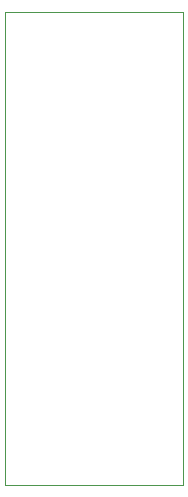
<source format=gm1>
G04 #@! TF.GenerationSoftware,KiCad,Pcbnew,(6.0.1)*
G04 #@! TF.CreationDate,2022-07-05T00:40:55-07:00*
G04 #@! TF.ProjectId,mu100-dit-connector-board,6d753130-302d-4646-9974-2d636f6e6e65,rev?*
G04 #@! TF.SameCoordinates,PX4a615b8PY2b4db18*
G04 #@! TF.FileFunction,Profile,NP*
%FSLAX46Y46*%
G04 Gerber Fmt 4.6, Leading zero omitted, Abs format (unit mm)*
G04 Created by KiCad (PCBNEW (6.0.1)) date 2022-07-05 00:40:55*
%MOMM*%
%LPD*%
G01*
G04 APERTURE LIST*
G04 #@! TA.AperFunction,Profile*
%ADD10C,0.100000*%
G04 #@! TD*
G04 APERTURE END LIST*
D10*
X0Y0D02*
X15075000Y0D01*
X15075000Y0D02*
X15075000Y-40000000D01*
X15075000Y-40000000D02*
X0Y-40000000D01*
X0Y-40000000D02*
X0Y0D01*
M02*

</source>
